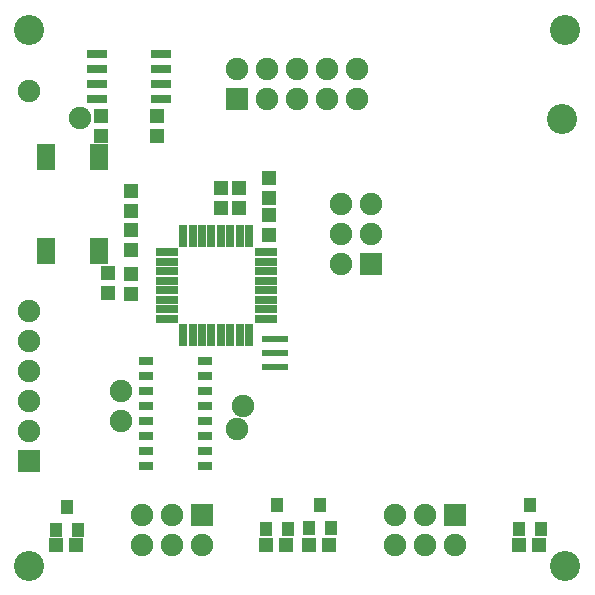
<source format=gts>
G04 DipTrace 3.0.0.1*
G04 drive-encoder-steven-version2.GTS*
%MOIN*%
G04 #@! TF.FileFunction,Soldermask,Top*
G04 #@! TF.Part,Single*
%ADD33C,0.1004*%
%ADD37R,0.08674X0.023748*%
%ADD39R,0.051307X0.028079*%
%ADD41R,0.069024X0.031622*%
%ADD43R,0.074929X0.027685*%
%ADD45R,0.027685X0.074929*%
%ADD47R,0.059181X0.08674*%
%ADD49R,0.051307X0.04737*%
%ADD51C,0.074929*%
%ADD53R,0.074929X0.074929*%
%ADD55R,0.041465X0.04737*%
%ADD57R,0.04737X0.051307*%
%FSLAX26Y26*%
G04*
G70*
G90*
G75*
G01*
G04 TopMask*
%LPD*%
D57*
X1113080Y1669108D3*
Y1736037D3*
X738080Y1450357D3*
Y1383428D3*
X1175579Y1669108D3*
Y1736037D3*
X713051Y1975434D3*
Y1908505D3*
X900571Y1975434D3*
Y1908505D3*
X1275579Y1769108D3*
Y1702178D3*
D55*
X563035Y594039D3*
X637839D3*
X600437Y672092D3*
X1263115Y599322D3*
X1337919D3*
X1300517Y677374D3*
X2106948Y599322D3*
X2181751D3*
X2144349Y677374D3*
X1406874Y600290D3*
X1481677D3*
X1444276Y678343D3*
D33*
X475251Y2262751D3*
X2262751Y2262749D3*
Y475251D3*
X475251D3*
D53*
X475238Y825257D3*
D51*
Y925257D3*
Y1025257D3*
Y1125257D3*
Y1225257D3*
Y1325257D3*
D53*
X1050587Y644045D3*
D51*
Y544045D3*
X950587Y644045D3*
Y544045D3*
X850587Y644045D3*
Y544045D3*
D53*
X1894425Y644045D3*
D51*
Y544045D3*
X1794425Y644045D3*
Y544045D3*
X1694425Y644045D3*
Y544045D3*
D53*
X1613089Y1481597D3*
D51*
X1513089D3*
X1613089Y1581597D3*
X1513089D3*
X1613089Y1681597D3*
X1513089D3*
D53*
X1169000Y2031503D3*
D51*
Y2131503D3*
X1269000Y2031503D3*
Y2131503D3*
X1369000Y2031503D3*
Y2131503D3*
X1469000Y2031503D3*
Y2131503D3*
X1569000Y2031503D3*
Y2131503D3*
X781808Y1056588D3*
Y956577D3*
X1169349Y931575D3*
X1188101Y1006583D3*
X475526Y2056693D3*
X644294Y1969184D3*
D57*
X813080Y1381606D3*
Y1448535D3*
X1275579Y1644108D3*
Y1577178D3*
X813080Y1594108D3*
Y1527178D3*
D49*
X2106948Y544034D3*
X2173877D3*
X1475631D3*
X1408702D3*
D57*
X813080Y1656608D3*
Y1723537D3*
D49*
X1331864Y544035D3*
X1264934D3*
X563035Y544034D3*
X629965D3*
D47*
X706801Y1525387D3*
Y1838379D3*
X529635D3*
Y1525387D3*
D45*
X988080Y1244108D3*
X1019576D3*
X1051072D3*
X1082568D3*
X1114064D3*
X1145560D3*
X1177056D3*
X1208552D3*
D43*
X1263671Y1299226D3*
Y1330722D3*
Y1362218D3*
Y1393714D3*
Y1425210D3*
Y1456706D3*
Y1488202D3*
Y1519698D3*
D45*
X1208552Y1574816D3*
X1177056D3*
X1145560D3*
X1114064D3*
X1082568D3*
X1051072D3*
X1019576D3*
X988080D3*
D43*
X932962Y1519698D3*
Y1488202D3*
Y1456706D3*
Y1425210D3*
Y1393714D3*
Y1362218D3*
Y1330722D3*
Y1299226D3*
D41*
X700550Y2031690D3*
Y2081690D3*
Y2131690D3*
Y2181690D3*
X913148D3*
Y2131690D3*
Y2081690D3*
Y2031690D3*
D39*
X863067Y1156598D3*
Y1106598D3*
Y1056598D3*
Y1006598D3*
Y956598D3*
Y906598D3*
Y856598D3*
Y806598D3*
X1059917D3*
Y856598D3*
Y906598D3*
Y956598D3*
Y1006598D3*
Y1056598D3*
Y1106598D3*
Y1156598D3*
D37*
X1294362Y1137846D3*
Y1185091D3*
Y1232335D3*
D33*
X2250713Y1963182D3*
M02*

</source>
